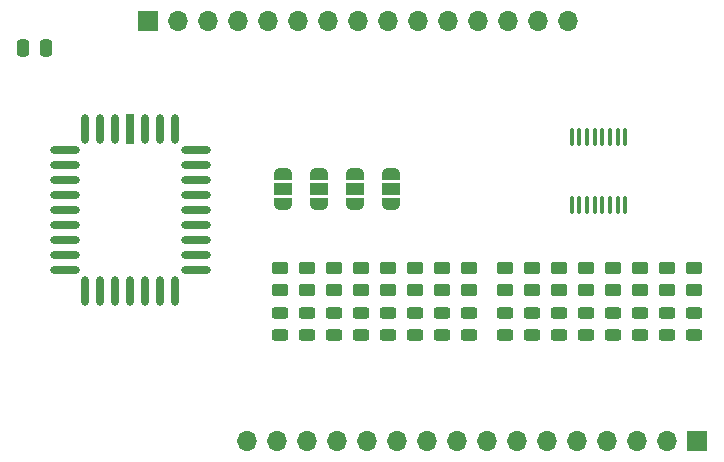
<source format=gbr>
%TF.GenerationSoftware,KiCad,Pcbnew,(6.0.0-0)*%
%TF.CreationDate,2022-08-18T21:47:31-04:00*%
%TF.ProjectId,CPU-Microcode-EEPROMs,4350552d-4d69-4637-926f-636f64652d45,rev?*%
%TF.SameCoordinates,Original*%
%TF.FileFunction,Soldermask,Top*%
%TF.FilePolarity,Negative*%
%FSLAX46Y46*%
G04 Gerber Fmt 4.6, Leading zero omitted, Abs format (unit mm)*
G04 Created by KiCad (PCBNEW (6.0.0-0)) date 2022-08-18 21:47:31*
%MOMM*%
%LPD*%
G01*
G04 APERTURE LIST*
G04 Aperture macros list*
%AMRoundRect*
0 Rectangle with rounded corners*
0 $1 Rounding radius*
0 $2 $3 $4 $5 $6 $7 $8 $9 X,Y pos of 4 corners*
0 Add a 4 corners polygon primitive as box body*
4,1,4,$2,$3,$4,$5,$6,$7,$8,$9,$2,$3,0*
0 Add four circle primitives for the rounded corners*
1,1,$1+$1,$2,$3*
1,1,$1+$1,$4,$5*
1,1,$1+$1,$6,$7*
1,1,$1+$1,$8,$9*
0 Add four rect primitives between the rounded corners*
20,1,$1+$1,$2,$3,$4,$5,0*
20,1,$1+$1,$4,$5,$6,$7,0*
20,1,$1+$1,$6,$7,$8,$9,0*
20,1,$1+$1,$8,$9,$2,$3,0*%
%AMFreePoly0*
4,1,22,0.550000,-0.750000,0.000000,-0.750000,0.000000,-0.745033,-0.079941,-0.743568,-0.215256,-0.701293,-0.333266,-0.622738,-0.424486,-0.514219,-0.481581,-0.384460,-0.499164,-0.250000,-0.500000,-0.250000,-0.500000,0.250000,-0.499164,0.250000,-0.499963,0.256109,-0.478152,0.396186,-0.417904,0.524511,-0.324060,0.630769,-0.204165,0.706417,-0.067858,0.745374,0.000000,0.744959,0.000000,0.750000,
0.550000,0.750000,0.550000,-0.750000,0.550000,-0.750000,$1*%
%AMFreePoly1*
4,1,20,0.000000,0.744959,0.073905,0.744508,0.209726,0.703889,0.328688,0.626782,0.421226,0.519385,0.479903,0.390333,0.500000,0.250000,0.500000,-0.250000,0.499851,-0.262216,0.476331,-0.402017,0.414519,-0.529596,0.319384,-0.634700,0.198574,-0.708877,0.061801,-0.746166,0.000000,-0.745033,0.000000,-0.750000,-0.550000,-0.750000,-0.550000,0.750000,0.000000,0.750000,0.000000,0.744959,
0.000000,0.744959,$1*%
G04 Aperture macros list end*
%ADD10RoundRect,0.250000X-0.250000X-0.475000X0.250000X-0.475000X0.250000X0.475000X-0.250000X0.475000X0*%
%ADD11RoundRect,0.100000X0.100000X-0.637500X0.100000X0.637500X-0.100000X0.637500X-0.100000X-0.637500X0*%
%ADD12RoundRect,0.250000X0.450000X-0.262500X0.450000X0.262500X-0.450000X0.262500X-0.450000X-0.262500X0*%
%ADD13RoundRect,0.243750X-0.456250X0.243750X-0.456250X-0.243750X0.456250X-0.243750X0.456250X0.243750X0*%
%ADD14R,0.644962X2.535553*%
%ADD15RoundRect,0.322481X0.000000X-0.945295X0.000000X-0.945295X0.000000X0.945295X0.000000X0.945295X0*%
%ADD16RoundRect,0.322481X-0.945295X0.000000X0.945295X0.000000X0.945295X0.000000X-0.945295X0.000000X0*%
%ADD17FreePoly0,270.000000*%
%ADD18R,1.500000X1.000000*%
%ADD19FreePoly1,270.000000*%
%ADD20R,1.700000X1.700000*%
%ADD21O,1.700000X1.700000*%
G04 APERTURE END LIST*
D10*
%TO.C,C1*%
X60386000Y-79502000D03*
X58486000Y-79502000D03*
%TD*%
D11*
%TO.C,U1*%
X104913000Y-92778500D03*
X105563000Y-92778500D03*
X106213000Y-92778500D03*
X106863000Y-92778500D03*
X107513000Y-92778500D03*
X108163000Y-92778500D03*
X108813000Y-92778500D03*
X109463000Y-92778500D03*
X109463000Y-87053500D03*
X108813000Y-87053500D03*
X108163000Y-87053500D03*
X107513000Y-87053500D03*
X106863000Y-87053500D03*
X106213000Y-87053500D03*
X105563000Y-87053500D03*
X104913000Y-87053500D03*
%TD*%
D12*
%TO.C,R2*%
X101600000Y-99972500D03*
X101600000Y-98147500D03*
%TD*%
D13*
%TO.C,D2*%
X101600000Y-101932500D03*
X101600000Y-103807500D03*
%TD*%
D14*
%TO.C,U2*%
X67564000Y-86374448D03*
D15*
X66294000Y-86374448D03*
X65024000Y-86374448D03*
X63754000Y-86374448D03*
D16*
X61990448Y-88138000D03*
X61990448Y-89408000D03*
X61990448Y-90678000D03*
X61990448Y-91948000D03*
X61990448Y-93218000D03*
X61990448Y-94488000D03*
X61990448Y-95758000D03*
X61990448Y-97028000D03*
X61990448Y-98298000D03*
D15*
X63754000Y-100061553D03*
X65024000Y-100061553D03*
X66294000Y-100061553D03*
X67564000Y-100061553D03*
X68834000Y-100061553D03*
X70104000Y-100061553D03*
X71374000Y-100061553D03*
D16*
X73137553Y-98298000D03*
X73137553Y-97028000D03*
X73137553Y-95758000D03*
X73137553Y-94488000D03*
X73137553Y-93218000D03*
X73137553Y-91948000D03*
X73137553Y-90678000D03*
X73137553Y-89408000D03*
X73137553Y-88138000D03*
D15*
X71374000Y-86374448D03*
X70104000Y-86374448D03*
X68834000Y-86374448D03*
%TD*%
D13*
%TO.C,D15*%
X93980000Y-101932500D03*
X93980000Y-103807500D03*
%TD*%
D17*
%TO.C,JP4*%
X83566000Y-90140000D03*
D18*
X83566000Y-91440000D03*
D19*
X83566000Y-92740000D03*
%TD*%
D13*
%TO.C,D5*%
X108458000Y-101932500D03*
X108458000Y-103807500D03*
%TD*%
%TO.C,D9*%
X80264000Y-101932500D03*
X80264000Y-103807500D03*
%TD*%
D12*
%TO.C,R4*%
X106172000Y-99972500D03*
X106172000Y-98147500D03*
%TD*%
D13*
%TO.C,D8*%
X115316000Y-101932500D03*
X115316000Y-103807500D03*
%TD*%
D12*
%TO.C,R12*%
X87122000Y-99972500D03*
X87122000Y-98147500D03*
%TD*%
%TO.C,R14*%
X91694000Y-99972500D03*
X91694000Y-98147500D03*
%TD*%
%TO.C,R9*%
X80264000Y-99972500D03*
X80264000Y-98147500D03*
%TD*%
%TO.C,R15*%
X93980000Y-99972500D03*
X93980000Y-98147500D03*
%TD*%
D17*
%TO.C,JP2*%
X86614000Y-90140000D03*
D18*
X86614000Y-91440000D03*
D19*
X86614000Y-92740000D03*
%TD*%
D12*
%TO.C,R11*%
X84836000Y-99972500D03*
X84836000Y-98147500D03*
%TD*%
D13*
%TO.C,D11*%
X84836000Y-101932500D03*
X84836000Y-103807500D03*
%TD*%
D12*
%TO.C,R10*%
X82550000Y-99972500D03*
X82550000Y-98147500D03*
%TD*%
D13*
%TO.C,D6*%
X110744000Y-101932500D03*
X110744000Y-103807500D03*
%TD*%
%TO.C,D7*%
X113030000Y-101932500D03*
X113030000Y-103807500D03*
%TD*%
%TO.C,D4*%
X106172000Y-101932500D03*
X106172000Y-103807500D03*
%TD*%
D17*
%TO.C,JP3*%
X80518000Y-90140000D03*
D18*
X80518000Y-91440000D03*
D19*
X80518000Y-92740000D03*
%TD*%
D13*
%TO.C,D3*%
X103886000Y-101932500D03*
X103886000Y-103807500D03*
%TD*%
D12*
%TO.C,R3*%
X103886000Y-99972500D03*
X103886000Y-98147500D03*
%TD*%
%TO.C,R6*%
X110744000Y-99972500D03*
X110744000Y-98147500D03*
%TD*%
D13*
%TO.C,D16*%
X96266000Y-101932500D03*
X96266000Y-103807500D03*
%TD*%
%TO.C,D12*%
X87122000Y-101932500D03*
X87122000Y-103807500D03*
%TD*%
D12*
%TO.C,R7*%
X113030000Y-99972500D03*
X113030000Y-98147500D03*
%TD*%
D13*
%TO.C,D1*%
X99314000Y-101932500D03*
X99314000Y-103807500D03*
%TD*%
%TO.C,D13*%
X89408000Y-101932500D03*
X89408000Y-103807500D03*
%TD*%
D17*
%TO.C,JP1*%
X89662000Y-90140000D03*
D18*
X89662000Y-91440000D03*
D19*
X89662000Y-92740000D03*
%TD*%
D13*
%TO.C,D10*%
X82550000Y-101932500D03*
X82550000Y-103807500D03*
%TD*%
D12*
%TO.C,R1*%
X99314000Y-99972500D03*
X99314000Y-98147500D03*
%TD*%
%TO.C,R5*%
X108458000Y-99972500D03*
X108458000Y-98147500D03*
%TD*%
%TO.C,R13*%
X89408000Y-99972500D03*
X89408000Y-98147500D03*
%TD*%
D13*
%TO.C,D14*%
X91694000Y-101932500D03*
X91694000Y-103807500D03*
%TD*%
D12*
%TO.C,R16*%
X96266000Y-99972500D03*
X96266000Y-98147500D03*
%TD*%
%TO.C,R8*%
X115316000Y-99972500D03*
X115316000Y-98147500D03*
%TD*%
D20*
%TO.C,J2*%
X115570000Y-112776000D03*
D21*
X113030000Y-112776000D03*
X110490000Y-112776000D03*
X107950000Y-112776000D03*
X105410000Y-112776000D03*
X102870000Y-112776000D03*
X100330000Y-112776000D03*
X97790000Y-112776000D03*
X95250000Y-112776000D03*
X92710000Y-112776000D03*
X90170000Y-112776000D03*
X87630000Y-112776000D03*
X85090000Y-112776000D03*
X82550000Y-112776000D03*
X80010000Y-112776000D03*
X77470000Y-112776000D03*
%TD*%
D20*
%TO.C,J1*%
X69088000Y-77216000D03*
D21*
X71628000Y-77216000D03*
X74168000Y-77216000D03*
X76708000Y-77216000D03*
X79248000Y-77216000D03*
X81788000Y-77216000D03*
X84328000Y-77216000D03*
X86868000Y-77216000D03*
X89408000Y-77216000D03*
X91948000Y-77216000D03*
X94488000Y-77216000D03*
X97028000Y-77216000D03*
X99568000Y-77216000D03*
X102108000Y-77216000D03*
X104648000Y-77216000D03*
%TD*%
M02*

</source>
